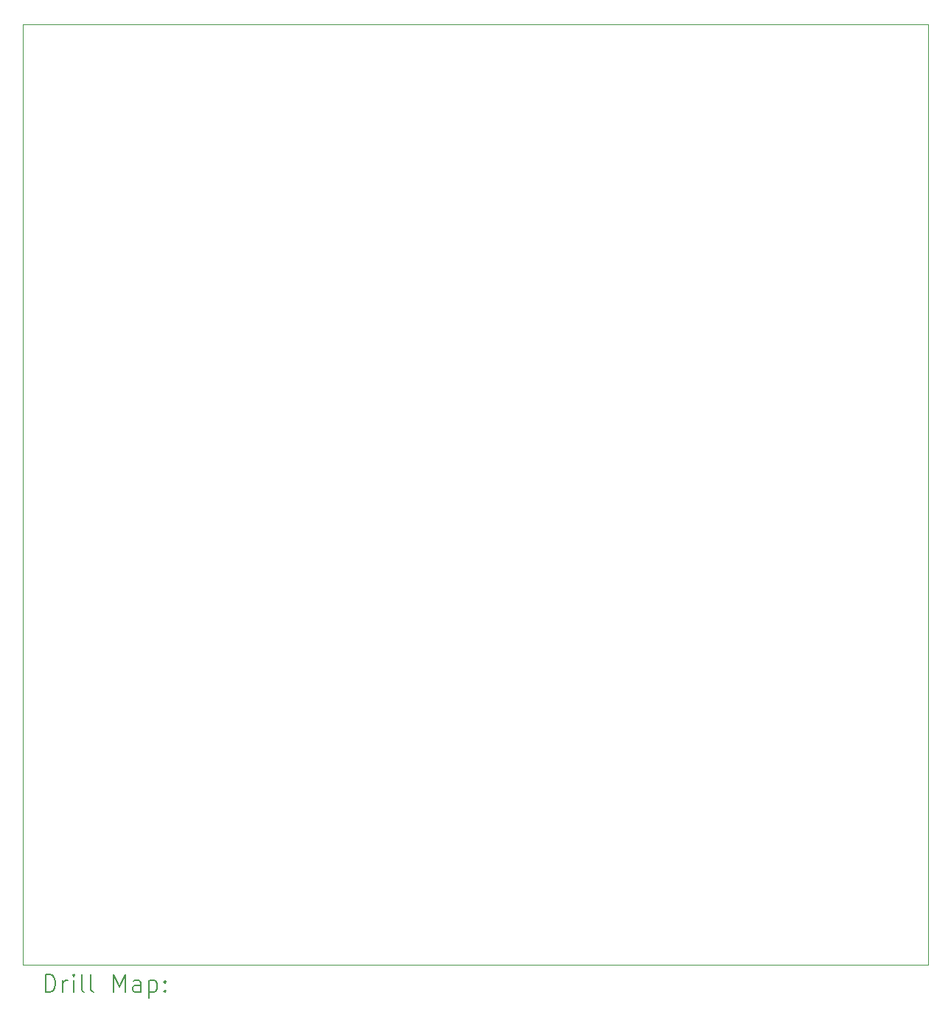
<source format=gbr>
%TF.GenerationSoftware,KiCad,Pcbnew,8.0.5-8.0.5-0~ubuntu22.04.1*%
%TF.CreationDate,2024-09-30T17:11:05+02:00*%
%TF.ProjectId,BTT-SKR-MINI-E3_shield,4254542d-534b-4522-9d4d-494e492d4533,rev?*%
%TF.SameCoordinates,Original*%
%TF.FileFunction,Drillmap*%
%TF.FilePolarity,Positive*%
%FSLAX45Y45*%
G04 Gerber Fmt 4.5, Leading zero omitted, Abs format (unit mm)*
G04 Created by KiCad (PCBNEW 8.0.5-8.0.5-0~ubuntu22.04.1) date 2024-09-30 17:11:05*
%MOMM*%
%LPD*%
G01*
G04 APERTURE LIST*
%ADD10C,0.050000*%
%ADD11C,0.200000*%
G04 APERTURE END LIST*
D10*
X10000000Y-3000000D02*
X20400000Y-3000000D01*
X20400000Y-13800000D01*
X10000000Y-13800000D01*
X10000000Y-3000000D01*
D11*
X10258277Y-14113984D02*
X10258277Y-13913984D01*
X10258277Y-13913984D02*
X10305896Y-13913984D01*
X10305896Y-13913984D02*
X10334467Y-13923508D01*
X10334467Y-13923508D02*
X10353515Y-13942555D01*
X10353515Y-13942555D02*
X10363039Y-13961603D01*
X10363039Y-13961603D02*
X10372563Y-13999698D01*
X10372563Y-13999698D02*
X10372563Y-14028269D01*
X10372563Y-14028269D02*
X10363039Y-14066365D01*
X10363039Y-14066365D02*
X10353515Y-14085412D01*
X10353515Y-14085412D02*
X10334467Y-14104460D01*
X10334467Y-14104460D02*
X10305896Y-14113984D01*
X10305896Y-14113984D02*
X10258277Y-14113984D01*
X10458277Y-14113984D02*
X10458277Y-13980650D01*
X10458277Y-14018746D02*
X10467801Y-13999698D01*
X10467801Y-13999698D02*
X10477324Y-13990174D01*
X10477324Y-13990174D02*
X10496372Y-13980650D01*
X10496372Y-13980650D02*
X10515420Y-13980650D01*
X10582086Y-14113984D02*
X10582086Y-13980650D01*
X10582086Y-13913984D02*
X10572563Y-13923508D01*
X10572563Y-13923508D02*
X10582086Y-13933031D01*
X10582086Y-13933031D02*
X10591610Y-13923508D01*
X10591610Y-13923508D02*
X10582086Y-13913984D01*
X10582086Y-13913984D02*
X10582086Y-13933031D01*
X10705896Y-14113984D02*
X10686848Y-14104460D01*
X10686848Y-14104460D02*
X10677324Y-14085412D01*
X10677324Y-14085412D02*
X10677324Y-13913984D01*
X10810658Y-14113984D02*
X10791610Y-14104460D01*
X10791610Y-14104460D02*
X10782086Y-14085412D01*
X10782086Y-14085412D02*
X10782086Y-13913984D01*
X11039229Y-14113984D02*
X11039229Y-13913984D01*
X11039229Y-13913984D02*
X11105896Y-14056841D01*
X11105896Y-14056841D02*
X11172563Y-13913984D01*
X11172563Y-13913984D02*
X11172563Y-14113984D01*
X11353515Y-14113984D02*
X11353515Y-14009222D01*
X11353515Y-14009222D02*
X11343991Y-13990174D01*
X11343991Y-13990174D02*
X11324943Y-13980650D01*
X11324943Y-13980650D02*
X11286848Y-13980650D01*
X11286848Y-13980650D02*
X11267801Y-13990174D01*
X11353515Y-14104460D02*
X11334467Y-14113984D01*
X11334467Y-14113984D02*
X11286848Y-14113984D01*
X11286848Y-14113984D02*
X11267801Y-14104460D01*
X11267801Y-14104460D02*
X11258277Y-14085412D01*
X11258277Y-14085412D02*
X11258277Y-14066365D01*
X11258277Y-14066365D02*
X11267801Y-14047317D01*
X11267801Y-14047317D02*
X11286848Y-14037793D01*
X11286848Y-14037793D02*
X11334467Y-14037793D01*
X11334467Y-14037793D02*
X11353515Y-14028269D01*
X11448753Y-13980650D02*
X11448753Y-14180650D01*
X11448753Y-13990174D02*
X11467801Y-13980650D01*
X11467801Y-13980650D02*
X11505896Y-13980650D01*
X11505896Y-13980650D02*
X11524943Y-13990174D01*
X11524943Y-13990174D02*
X11534467Y-13999698D01*
X11534467Y-13999698D02*
X11543991Y-14018746D01*
X11543991Y-14018746D02*
X11543991Y-14075888D01*
X11543991Y-14075888D02*
X11534467Y-14094936D01*
X11534467Y-14094936D02*
X11524943Y-14104460D01*
X11524943Y-14104460D02*
X11505896Y-14113984D01*
X11505896Y-14113984D02*
X11467801Y-14113984D01*
X11467801Y-14113984D02*
X11448753Y-14104460D01*
X11629705Y-14094936D02*
X11639229Y-14104460D01*
X11639229Y-14104460D02*
X11629705Y-14113984D01*
X11629705Y-14113984D02*
X11620182Y-14104460D01*
X11620182Y-14104460D02*
X11629705Y-14094936D01*
X11629705Y-14094936D02*
X11629705Y-14113984D01*
X11629705Y-13990174D02*
X11639229Y-13999698D01*
X11639229Y-13999698D02*
X11629705Y-14009222D01*
X11629705Y-14009222D02*
X11620182Y-13999698D01*
X11620182Y-13999698D02*
X11629705Y-13990174D01*
X11629705Y-13990174D02*
X11629705Y-14009222D01*
M02*

</source>
